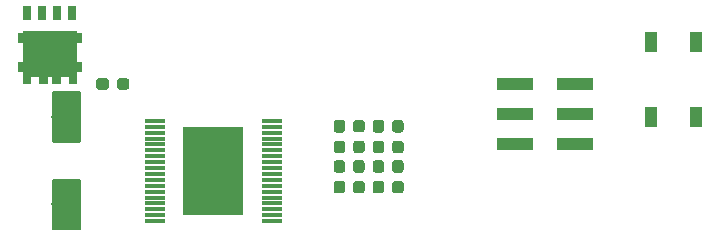
<source format=gtp>
G04 #@! TF.GenerationSoftware,KiCad,Pcbnew,5.0.2+dfsg1-1*
G04 #@! TF.CreationDate,2021-06-07T16:20:21-04:00*
G04 #@! TF.ProjectId,KyberBoard,4b796265-7242-46f6-9172-642e6b696361,rev?*
G04 #@! TF.SameCoordinates,Original*
G04 #@! TF.FileFunction,Paste,Top*
G04 #@! TF.FilePolarity,Positive*
%FSLAX46Y46*%
G04 Gerber Fmt 4.6, Leading zero omitted, Abs format (unit mm)*
G04 Created by KiCad (PCBNEW 5.0.2+dfsg1-1) date Mon 07 Jun 2021 04:20:21 PM EDT*
%MOMM*%
%LPD*%
G01*
G04 APERTURE LIST*
%ADD10C,1.000000*%
%ADD11C,0.150000*%
%ADD12R,0.650000X1.250000*%
%ADD13C,2.500000*%
%ADD14C,0.950000*%
%ADD15R,1.700000X0.350000*%
%ADD16R,5.200000X7.500000*%
%ADD17R,3.150000X1.000000*%
%ADD18R,1.000000X1.700000*%
G04 APERTURE END LIST*
D10*
G04 #@! TO.C,Q1*
X120523000Y-75044000D03*
D11*
G36*
X122823000Y-73994000D02*
X122823000Y-75644000D01*
X123223000Y-75644000D01*
X123223000Y-76444000D01*
X122823000Y-76444000D01*
X122823000Y-77504000D01*
X122098000Y-77504000D01*
X122098000Y-76904000D01*
X121448000Y-76904000D01*
X121448000Y-77504000D01*
X120723000Y-77504000D01*
X120723000Y-76904000D01*
X120323000Y-76904000D01*
X120323000Y-77504000D01*
X119598000Y-77504000D01*
X119598000Y-76904000D01*
X118948000Y-76904000D01*
X118948000Y-77504000D01*
X118223000Y-77504000D01*
X118223000Y-76444000D01*
X117823000Y-76444000D01*
X117823000Y-75644000D01*
X118223000Y-75644000D01*
X118223000Y-73994000D01*
X117823000Y-73994000D01*
X117823000Y-73194000D01*
X118223000Y-73194000D01*
X118223000Y-73004000D01*
X122823000Y-73004000D01*
X122823000Y-73194000D01*
X123223000Y-73194000D01*
X123223000Y-73994000D01*
X122823000Y-73994000D01*
X122823000Y-73994000D01*
G37*
D12*
X118618000Y-71479000D03*
X119888000Y-71479000D03*
X121158000Y-71479000D03*
X122428000Y-71479000D03*
G04 #@! TD*
D11*
G04 #@! TO.C,C6*
G36*
X122944504Y-85473604D02*
X122968773Y-85477204D01*
X122992571Y-85483165D01*
X123015671Y-85491430D01*
X123037849Y-85501920D01*
X123058893Y-85514533D01*
X123078598Y-85529147D01*
X123096777Y-85545623D01*
X123113253Y-85563802D01*
X123127867Y-85583507D01*
X123140480Y-85604551D01*
X123150970Y-85626729D01*
X123159235Y-85649829D01*
X123165196Y-85673627D01*
X123168796Y-85697896D01*
X123170000Y-85722400D01*
X123170000Y-89622400D01*
X123168796Y-89646904D01*
X123165196Y-89671173D01*
X123159235Y-89694971D01*
X123150970Y-89718071D01*
X123140480Y-89740249D01*
X123127867Y-89761293D01*
X123113253Y-89780998D01*
X123096777Y-89799177D01*
X123078598Y-89815653D01*
X123058893Y-89830267D01*
X123037849Y-89842880D01*
X123015671Y-89853370D01*
X122992571Y-89861635D01*
X122968773Y-89867596D01*
X122944504Y-89871196D01*
X122920000Y-89872400D01*
X120920000Y-89872400D01*
X120895496Y-89871196D01*
X120871227Y-89867596D01*
X120847429Y-89861635D01*
X120824329Y-89853370D01*
X120802151Y-89842880D01*
X120781107Y-89830267D01*
X120761402Y-89815653D01*
X120743223Y-89799177D01*
X120726747Y-89780998D01*
X120712133Y-89761293D01*
X120699520Y-89740249D01*
X120689030Y-89718071D01*
X120680765Y-89694971D01*
X120674804Y-89671173D01*
X120671204Y-89646904D01*
X120670000Y-89622400D01*
X120670000Y-85722400D01*
X120671204Y-85697896D01*
X120674804Y-85673627D01*
X120680765Y-85649829D01*
X120689030Y-85626729D01*
X120699520Y-85604551D01*
X120712133Y-85583507D01*
X120726747Y-85563802D01*
X120743223Y-85545623D01*
X120761402Y-85529147D01*
X120781107Y-85514533D01*
X120802151Y-85501920D01*
X120824329Y-85491430D01*
X120847429Y-85483165D01*
X120871227Y-85477204D01*
X120895496Y-85473604D01*
X120920000Y-85472400D01*
X122920000Y-85472400D01*
X122944504Y-85473604D01*
X122944504Y-85473604D01*
G37*
D13*
X121920000Y-87672400D03*
D11*
G36*
X122944504Y-78073604D02*
X122968773Y-78077204D01*
X122992571Y-78083165D01*
X123015671Y-78091430D01*
X123037849Y-78101920D01*
X123058893Y-78114533D01*
X123078598Y-78129147D01*
X123096777Y-78145623D01*
X123113253Y-78163802D01*
X123127867Y-78183507D01*
X123140480Y-78204551D01*
X123150970Y-78226729D01*
X123159235Y-78249829D01*
X123165196Y-78273627D01*
X123168796Y-78297896D01*
X123170000Y-78322400D01*
X123170000Y-82222400D01*
X123168796Y-82246904D01*
X123165196Y-82271173D01*
X123159235Y-82294971D01*
X123150970Y-82318071D01*
X123140480Y-82340249D01*
X123127867Y-82361293D01*
X123113253Y-82380998D01*
X123096777Y-82399177D01*
X123078598Y-82415653D01*
X123058893Y-82430267D01*
X123037849Y-82442880D01*
X123015671Y-82453370D01*
X122992571Y-82461635D01*
X122968773Y-82467596D01*
X122944504Y-82471196D01*
X122920000Y-82472400D01*
X120920000Y-82472400D01*
X120895496Y-82471196D01*
X120871227Y-82467596D01*
X120847429Y-82461635D01*
X120824329Y-82453370D01*
X120802151Y-82442880D01*
X120781107Y-82430267D01*
X120761402Y-82415653D01*
X120743223Y-82399177D01*
X120726747Y-82380998D01*
X120712133Y-82361293D01*
X120699520Y-82340249D01*
X120689030Y-82318071D01*
X120680765Y-82294971D01*
X120674804Y-82271173D01*
X120671204Y-82246904D01*
X120670000Y-82222400D01*
X120670000Y-78322400D01*
X120671204Y-78297896D01*
X120674804Y-78273627D01*
X120680765Y-78249829D01*
X120689030Y-78226729D01*
X120699520Y-78204551D01*
X120712133Y-78183507D01*
X120726747Y-78163802D01*
X120743223Y-78145623D01*
X120761402Y-78129147D01*
X120781107Y-78114533D01*
X120802151Y-78101920D01*
X120824329Y-78091430D01*
X120847429Y-78083165D01*
X120871227Y-78077204D01*
X120895496Y-78073604D01*
X120920000Y-78072400D01*
X122920000Y-78072400D01*
X122944504Y-78073604D01*
X122944504Y-78073604D01*
G37*
D13*
X121920000Y-80272400D03*
G04 #@! TD*
D11*
G04 #@! TO.C,C7*
G36*
X127042779Y-76996144D02*
X127065834Y-76999563D01*
X127088443Y-77005227D01*
X127110387Y-77013079D01*
X127131457Y-77023044D01*
X127151448Y-77035026D01*
X127170168Y-77048910D01*
X127187438Y-77064562D01*
X127203090Y-77081832D01*
X127216974Y-77100552D01*
X127228956Y-77120543D01*
X127238921Y-77141613D01*
X127246773Y-77163557D01*
X127252437Y-77186166D01*
X127255856Y-77209221D01*
X127257000Y-77232500D01*
X127257000Y-77707500D01*
X127255856Y-77730779D01*
X127252437Y-77753834D01*
X127246773Y-77776443D01*
X127238921Y-77798387D01*
X127228956Y-77819457D01*
X127216974Y-77839448D01*
X127203090Y-77858168D01*
X127187438Y-77875438D01*
X127170168Y-77891090D01*
X127151448Y-77904974D01*
X127131457Y-77916956D01*
X127110387Y-77926921D01*
X127088443Y-77934773D01*
X127065834Y-77940437D01*
X127042779Y-77943856D01*
X127019500Y-77945000D01*
X126444500Y-77945000D01*
X126421221Y-77943856D01*
X126398166Y-77940437D01*
X126375557Y-77934773D01*
X126353613Y-77926921D01*
X126332543Y-77916956D01*
X126312552Y-77904974D01*
X126293832Y-77891090D01*
X126276562Y-77875438D01*
X126260910Y-77858168D01*
X126247026Y-77839448D01*
X126235044Y-77819457D01*
X126225079Y-77798387D01*
X126217227Y-77776443D01*
X126211563Y-77753834D01*
X126208144Y-77730779D01*
X126207000Y-77707500D01*
X126207000Y-77232500D01*
X126208144Y-77209221D01*
X126211563Y-77186166D01*
X126217227Y-77163557D01*
X126225079Y-77141613D01*
X126235044Y-77120543D01*
X126247026Y-77100552D01*
X126260910Y-77081832D01*
X126276562Y-77064562D01*
X126293832Y-77048910D01*
X126312552Y-77035026D01*
X126332543Y-77023044D01*
X126353613Y-77013079D01*
X126375557Y-77005227D01*
X126398166Y-76999563D01*
X126421221Y-76996144D01*
X126444500Y-76995000D01*
X127019500Y-76995000D01*
X127042779Y-76996144D01*
X127042779Y-76996144D01*
G37*
D14*
X126732000Y-77470000D03*
D11*
G36*
X125292779Y-76996144D02*
X125315834Y-76999563D01*
X125338443Y-77005227D01*
X125360387Y-77013079D01*
X125381457Y-77023044D01*
X125401448Y-77035026D01*
X125420168Y-77048910D01*
X125437438Y-77064562D01*
X125453090Y-77081832D01*
X125466974Y-77100552D01*
X125478956Y-77120543D01*
X125488921Y-77141613D01*
X125496773Y-77163557D01*
X125502437Y-77186166D01*
X125505856Y-77209221D01*
X125507000Y-77232500D01*
X125507000Y-77707500D01*
X125505856Y-77730779D01*
X125502437Y-77753834D01*
X125496773Y-77776443D01*
X125488921Y-77798387D01*
X125478956Y-77819457D01*
X125466974Y-77839448D01*
X125453090Y-77858168D01*
X125437438Y-77875438D01*
X125420168Y-77891090D01*
X125401448Y-77904974D01*
X125381457Y-77916956D01*
X125360387Y-77926921D01*
X125338443Y-77934773D01*
X125315834Y-77940437D01*
X125292779Y-77943856D01*
X125269500Y-77945000D01*
X124694500Y-77945000D01*
X124671221Y-77943856D01*
X124648166Y-77940437D01*
X124625557Y-77934773D01*
X124603613Y-77926921D01*
X124582543Y-77916956D01*
X124562552Y-77904974D01*
X124543832Y-77891090D01*
X124526562Y-77875438D01*
X124510910Y-77858168D01*
X124497026Y-77839448D01*
X124485044Y-77819457D01*
X124475079Y-77798387D01*
X124467227Y-77776443D01*
X124461563Y-77753834D01*
X124458144Y-77730779D01*
X124457000Y-77707500D01*
X124457000Y-77232500D01*
X124458144Y-77209221D01*
X124461563Y-77186166D01*
X124467227Y-77163557D01*
X124475079Y-77141613D01*
X124485044Y-77120543D01*
X124497026Y-77100552D01*
X124510910Y-77081832D01*
X124526562Y-77064562D01*
X124543832Y-77048910D01*
X124562552Y-77035026D01*
X124582543Y-77023044D01*
X124603613Y-77013079D01*
X124625557Y-77005227D01*
X124648166Y-76999563D01*
X124671221Y-76996144D01*
X124694500Y-76995000D01*
X125269500Y-76995000D01*
X125292779Y-76996144D01*
X125292779Y-76996144D01*
G37*
D14*
X124982000Y-77470000D03*
G04 #@! TD*
D11*
G04 #@! TO.C,R11*
G36*
X145294779Y-82280144D02*
X145317834Y-82283563D01*
X145340443Y-82289227D01*
X145362387Y-82297079D01*
X145383457Y-82307044D01*
X145403448Y-82319026D01*
X145422168Y-82332910D01*
X145439438Y-82348562D01*
X145455090Y-82365832D01*
X145468974Y-82384552D01*
X145480956Y-82404543D01*
X145490921Y-82425613D01*
X145498773Y-82447557D01*
X145504437Y-82470166D01*
X145507856Y-82493221D01*
X145509000Y-82516500D01*
X145509000Y-83091500D01*
X145507856Y-83114779D01*
X145504437Y-83137834D01*
X145498773Y-83160443D01*
X145490921Y-83182387D01*
X145480956Y-83203457D01*
X145468974Y-83223448D01*
X145455090Y-83242168D01*
X145439438Y-83259438D01*
X145422168Y-83275090D01*
X145403448Y-83288974D01*
X145383457Y-83300956D01*
X145362387Y-83310921D01*
X145340443Y-83318773D01*
X145317834Y-83324437D01*
X145294779Y-83327856D01*
X145271500Y-83329000D01*
X144796500Y-83329000D01*
X144773221Y-83327856D01*
X144750166Y-83324437D01*
X144727557Y-83318773D01*
X144705613Y-83310921D01*
X144684543Y-83300956D01*
X144664552Y-83288974D01*
X144645832Y-83275090D01*
X144628562Y-83259438D01*
X144612910Y-83242168D01*
X144599026Y-83223448D01*
X144587044Y-83203457D01*
X144577079Y-83182387D01*
X144569227Y-83160443D01*
X144563563Y-83137834D01*
X144560144Y-83114779D01*
X144559000Y-83091500D01*
X144559000Y-82516500D01*
X144560144Y-82493221D01*
X144563563Y-82470166D01*
X144569227Y-82447557D01*
X144577079Y-82425613D01*
X144587044Y-82404543D01*
X144599026Y-82384552D01*
X144612910Y-82365832D01*
X144628562Y-82348562D01*
X144645832Y-82332910D01*
X144664552Y-82319026D01*
X144684543Y-82307044D01*
X144705613Y-82297079D01*
X144727557Y-82289227D01*
X144750166Y-82283563D01*
X144773221Y-82280144D01*
X144796500Y-82279000D01*
X145271500Y-82279000D01*
X145294779Y-82280144D01*
X145294779Y-82280144D01*
G37*
D14*
X145034000Y-82804000D03*
D11*
G36*
X145294779Y-80530144D02*
X145317834Y-80533563D01*
X145340443Y-80539227D01*
X145362387Y-80547079D01*
X145383457Y-80557044D01*
X145403448Y-80569026D01*
X145422168Y-80582910D01*
X145439438Y-80598562D01*
X145455090Y-80615832D01*
X145468974Y-80634552D01*
X145480956Y-80654543D01*
X145490921Y-80675613D01*
X145498773Y-80697557D01*
X145504437Y-80720166D01*
X145507856Y-80743221D01*
X145509000Y-80766500D01*
X145509000Y-81341500D01*
X145507856Y-81364779D01*
X145504437Y-81387834D01*
X145498773Y-81410443D01*
X145490921Y-81432387D01*
X145480956Y-81453457D01*
X145468974Y-81473448D01*
X145455090Y-81492168D01*
X145439438Y-81509438D01*
X145422168Y-81525090D01*
X145403448Y-81538974D01*
X145383457Y-81550956D01*
X145362387Y-81560921D01*
X145340443Y-81568773D01*
X145317834Y-81574437D01*
X145294779Y-81577856D01*
X145271500Y-81579000D01*
X144796500Y-81579000D01*
X144773221Y-81577856D01*
X144750166Y-81574437D01*
X144727557Y-81568773D01*
X144705613Y-81560921D01*
X144684543Y-81550956D01*
X144664552Y-81538974D01*
X144645832Y-81525090D01*
X144628562Y-81509438D01*
X144612910Y-81492168D01*
X144599026Y-81473448D01*
X144587044Y-81453457D01*
X144577079Y-81432387D01*
X144569227Y-81410443D01*
X144563563Y-81387834D01*
X144560144Y-81364779D01*
X144559000Y-81341500D01*
X144559000Y-80766500D01*
X144560144Y-80743221D01*
X144563563Y-80720166D01*
X144569227Y-80697557D01*
X144577079Y-80675613D01*
X144587044Y-80654543D01*
X144599026Y-80634552D01*
X144612910Y-80615832D01*
X144628562Y-80598562D01*
X144645832Y-80582910D01*
X144664552Y-80569026D01*
X144684543Y-80557044D01*
X144705613Y-80547079D01*
X144727557Y-80539227D01*
X144750166Y-80533563D01*
X144773221Y-80530144D01*
X144796500Y-80529000D01*
X145271500Y-80529000D01*
X145294779Y-80530144D01*
X145294779Y-80530144D01*
G37*
D14*
X145034000Y-81054000D03*
G04 #@! TD*
D15*
G04 #@! TO.C,U2*
X129433500Y-80586000D03*
X129433500Y-81086000D03*
X129433500Y-81586000D03*
X129433500Y-82086000D03*
X129433500Y-82586000D03*
X129433500Y-83086000D03*
X129433500Y-83586000D03*
X129433500Y-84086000D03*
X129433500Y-84586000D03*
X129433500Y-85086000D03*
X129433500Y-85586000D03*
X129433500Y-86086000D03*
X129433500Y-86586000D03*
X129433500Y-87086000D03*
X129433500Y-87586000D03*
X129433500Y-88086000D03*
X129433500Y-88586000D03*
X129433500Y-89086000D03*
X139298500Y-89086000D03*
X139298500Y-88586000D03*
X139298500Y-88086000D03*
X139298500Y-87586000D03*
X139298500Y-87086000D03*
X139298500Y-86586000D03*
X139298500Y-86086000D03*
X139298500Y-85586000D03*
X139298500Y-85086000D03*
X139298500Y-84586000D03*
X139298500Y-84086000D03*
X139298500Y-83586000D03*
X139298500Y-83086000D03*
X139298500Y-82586000D03*
X139298500Y-82086000D03*
X139298500Y-81586000D03*
X139298500Y-81086000D03*
X139298500Y-80586000D03*
D16*
X134366000Y-84836000D03*
G04 #@! TD*
D11*
G04 #@! TO.C,R6*
G36*
X150247779Y-80530144D02*
X150270834Y-80533563D01*
X150293443Y-80539227D01*
X150315387Y-80547079D01*
X150336457Y-80557044D01*
X150356448Y-80569026D01*
X150375168Y-80582910D01*
X150392438Y-80598562D01*
X150408090Y-80615832D01*
X150421974Y-80634552D01*
X150433956Y-80654543D01*
X150443921Y-80675613D01*
X150451773Y-80697557D01*
X150457437Y-80720166D01*
X150460856Y-80743221D01*
X150462000Y-80766500D01*
X150462000Y-81341500D01*
X150460856Y-81364779D01*
X150457437Y-81387834D01*
X150451773Y-81410443D01*
X150443921Y-81432387D01*
X150433956Y-81453457D01*
X150421974Y-81473448D01*
X150408090Y-81492168D01*
X150392438Y-81509438D01*
X150375168Y-81525090D01*
X150356448Y-81538974D01*
X150336457Y-81550956D01*
X150315387Y-81560921D01*
X150293443Y-81568773D01*
X150270834Y-81574437D01*
X150247779Y-81577856D01*
X150224500Y-81579000D01*
X149749500Y-81579000D01*
X149726221Y-81577856D01*
X149703166Y-81574437D01*
X149680557Y-81568773D01*
X149658613Y-81560921D01*
X149637543Y-81550956D01*
X149617552Y-81538974D01*
X149598832Y-81525090D01*
X149581562Y-81509438D01*
X149565910Y-81492168D01*
X149552026Y-81473448D01*
X149540044Y-81453457D01*
X149530079Y-81432387D01*
X149522227Y-81410443D01*
X149516563Y-81387834D01*
X149513144Y-81364779D01*
X149512000Y-81341500D01*
X149512000Y-80766500D01*
X149513144Y-80743221D01*
X149516563Y-80720166D01*
X149522227Y-80697557D01*
X149530079Y-80675613D01*
X149540044Y-80654543D01*
X149552026Y-80634552D01*
X149565910Y-80615832D01*
X149581562Y-80598562D01*
X149598832Y-80582910D01*
X149617552Y-80569026D01*
X149637543Y-80557044D01*
X149658613Y-80547079D01*
X149680557Y-80539227D01*
X149703166Y-80533563D01*
X149726221Y-80530144D01*
X149749500Y-80529000D01*
X150224500Y-80529000D01*
X150247779Y-80530144D01*
X150247779Y-80530144D01*
G37*
D14*
X149987000Y-81054000D03*
D11*
G36*
X150247779Y-82280144D02*
X150270834Y-82283563D01*
X150293443Y-82289227D01*
X150315387Y-82297079D01*
X150336457Y-82307044D01*
X150356448Y-82319026D01*
X150375168Y-82332910D01*
X150392438Y-82348562D01*
X150408090Y-82365832D01*
X150421974Y-82384552D01*
X150433956Y-82404543D01*
X150443921Y-82425613D01*
X150451773Y-82447557D01*
X150457437Y-82470166D01*
X150460856Y-82493221D01*
X150462000Y-82516500D01*
X150462000Y-83091500D01*
X150460856Y-83114779D01*
X150457437Y-83137834D01*
X150451773Y-83160443D01*
X150443921Y-83182387D01*
X150433956Y-83203457D01*
X150421974Y-83223448D01*
X150408090Y-83242168D01*
X150392438Y-83259438D01*
X150375168Y-83275090D01*
X150356448Y-83288974D01*
X150336457Y-83300956D01*
X150315387Y-83310921D01*
X150293443Y-83318773D01*
X150270834Y-83324437D01*
X150247779Y-83327856D01*
X150224500Y-83329000D01*
X149749500Y-83329000D01*
X149726221Y-83327856D01*
X149703166Y-83324437D01*
X149680557Y-83318773D01*
X149658613Y-83310921D01*
X149637543Y-83300956D01*
X149617552Y-83288974D01*
X149598832Y-83275090D01*
X149581562Y-83259438D01*
X149565910Y-83242168D01*
X149552026Y-83223448D01*
X149540044Y-83203457D01*
X149530079Y-83182387D01*
X149522227Y-83160443D01*
X149516563Y-83137834D01*
X149513144Y-83114779D01*
X149512000Y-83091500D01*
X149512000Y-82516500D01*
X149513144Y-82493221D01*
X149516563Y-82470166D01*
X149522227Y-82447557D01*
X149530079Y-82425613D01*
X149540044Y-82404543D01*
X149552026Y-82384552D01*
X149565910Y-82365832D01*
X149581562Y-82348562D01*
X149598832Y-82332910D01*
X149617552Y-82319026D01*
X149637543Y-82307044D01*
X149658613Y-82297079D01*
X149680557Y-82289227D01*
X149703166Y-82283563D01*
X149726221Y-82280144D01*
X149749500Y-82279000D01*
X150224500Y-82279000D01*
X150247779Y-82280144D01*
X150247779Y-82280144D01*
G37*
D14*
X149987000Y-82804000D03*
G04 #@! TD*
D11*
G04 #@! TO.C,R18*
G36*
X146945779Y-82266144D02*
X146968834Y-82269563D01*
X146991443Y-82275227D01*
X147013387Y-82283079D01*
X147034457Y-82293044D01*
X147054448Y-82305026D01*
X147073168Y-82318910D01*
X147090438Y-82334562D01*
X147106090Y-82351832D01*
X147119974Y-82370552D01*
X147131956Y-82390543D01*
X147141921Y-82411613D01*
X147149773Y-82433557D01*
X147155437Y-82456166D01*
X147158856Y-82479221D01*
X147160000Y-82502500D01*
X147160000Y-83077500D01*
X147158856Y-83100779D01*
X147155437Y-83123834D01*
X147149773Y-83146443D01*
X147141921Y-83168387D01*
X147131956Y-83189457D01*
X147119974Y-83209448D01*
X147106090Y-83228168D01*
X147090438Y-83245438D01*
X147073168Y-83261090D01*
X147054448Y-83274974D01*
X147034457Y-83286956D01*
X147013387Y-83296921D01*
X146991443Y-83304773D01*
X146968834Y-83310437D01*
X146945779Y-83313856D01*
X146922500Y-83315000D01*
X146447500Y-83315000D01*
X146424221Y-83313856D01*
X146401166Y-83310437D01*
X146378557Y-83304773D01*
X146356613Y-83296921D01*
X146335543Y-83286956D01*
X146315552Y-83274974D01*
X146296832Y-83261090D01*
X146279562Y-83245438D01*
X146263910Y-83228168D01*
X146250026Y-83209448D01*
X146238044Y-83189457D01*
X146228079Y-83168387D01*
X146220227Y-83146443D01*
X146214563Y-83123834D01*
X146211144Y-83100779D01*
X146210000Y-83077500D01*
X146210000Y-82502500D01*
X146211144Y-82479221D01*
X146214563Y-82456166D01*
X146220227Y-82433557D01*
X146228079Y-82411613D01*
X146238044Y-82390543D01*
X146250026Y-82370552D01*
X146263910Y-82351832D01*
X146279562Y-82334562D01*
X146296832Y-82318910D01*
X146315552Y-82305026D01*
X146335543Y-82293044D01*
X146356613Y-82283079D01*
X146378557Y-82275227D01*
X146401166Y-82269563D01*
X146424221Y-82266144D01*
X146447500Y-82265000D01*
X146922500Y-82265000D01*
X146945779Y-82266144D01*
X146945779Y-82266144D01*
G37*
D14*
X146685000Y-82790000D03*
D11*
G36*
X146945779Y-80516144D02*
X146968834Y-80519563D01*
X146991443Y-80525227D01*
X147013387Y-80533079D01*
X147034457Y-80543044D01*
X147054448Y-80555026D01*
X147073168Y-80568910D01*
X147090438Y-80584562D01*
X147106090Y-80601832D01*
X147119974Y-80620552D01*
X147131956Y-80640543D01*
X147141921Y-80661613D01*
X147149773Y-80683557D01*
X147155437Y-80706166D01*
X147158856Y-80729221D01*
X147160000Y-80752500D01*
X147160000Y-81327500D01*
X147158856Y-81350779D01*
X147155437Y-81373834D01*
X147149773Y-81396443D01*
X147141921Y-81418387D01*
X147131956Y-81439457D01*
X147119974Y-81459448D01*
X147106090Y-81478168D01*
X147090438Y-81495438D01*
X147073168Y-81511090D01*
X147054448Y-81524974D01*
X147034457Y-81536956D01*
X147013387Y-81546921D01*
X146991443Y-81554773D01*
X146968834Y-81560437D01*
X146945779Y-81563856D01*
X146922500Y-81565000D01*
X146447500Y-81565000D01*
X146424221Y-81563856D01*
X146401166Y-81560437D01*
X146378557Y-81554773D01*
X146356613Y-81546921D01*
X146335543Y-81536956D01*
X146315552Y-81524974D01*
X146296832Y-81511090D01*
X146279562Y-81495438D01*
X146263910Y-81478168D01*
X146250026Y-81459448D01*
X146238044Y-81439457D01*
X146228079Y-81418387D01*
X146220227Y-81396443D01*
X146214563Y-81373834D01*
X146211144Y-81350779D01*
X146210000Y-81327500D01*
X146210000Y-80752500D01*
X146211144Y-80729221D01*
X146214563Y-80706166D01*
X146220227Y-80683557D01*
X146228079Y-80661613D01*
X146238044Y-80640543D01*
X146250026Y-80620552D01*
X146263910Y-80601832D01*
X146279562Y-80584562D01*
X146296832Y-80568910D01*
X146315552Y-80555026D01*
X146335543Y-80543044D01*
X146356613Y-80533079D01*
X146378557Y-80525227D01*
X146401166Y-80519563D01*
X146424221Y-80516144D01*
X146447500Y-80515000D01*
X146922500Y-80515000D01*
X146945779Y-80516144D01*
X146945779Y-80516144D01*
G37*
D14*
X146685000Y-81040000D03*
G04 #@! TD*
D11*
G04 #@! TO.C,R19*
G36*
X148596779Y-80530144D02*
X148619834Y-80533563D01*
X148642443Y-80539227D01*
X148664387Y-80547079D01*
X148685457Y-80557044D01*
X148705448Y-80569026D01*
X148724168Y-80582910D01*
X148741438Y-80598562D01*
X148757090Y-80615832D01*
X148770974Y-80634552D01*
X148782956Y-80654543D01*
X148792921Y-80675613D01*
X148800773Y-80697557D01*
X148806437Y-80720166D01*
X148809856Y-80743221D01*
X148811000Y-80766500D01*
X148811000Y-81341500D01*
X148809856Y-81364779D01*
X148806437Y-81387834D01*
X148800773Y-81410443D01*
X148792921Y-81432387D01*
X148782956Y-81453457D01*
X148770974Y-81473448D01*
X148757090Y-81492168D01*
X148741438Y-81509438D01*
X148724168Y-81525090D01*
X148705448Y-81538974D01*
X148685457Y-81550956D01*
X148664387Y-81560921D01*
X148642443Y-81568773D01*
X148619834Y-81574437D01*
X148596779Y-81577856D01*
X148573500Y-81579000D01*
X148098500Y-81579000D01*
X148075221Y-81577856D01*
X148052166Y-81574437D01*
X148029557Y-81568773D01*
X148007613Y-81560921D01*
X147986543Y-81550956D01*
X147966552Y-81538974D01*
X147947832Y-81525090D01*
X147930562Y-81509438D01*
X147914910Y-81492168D01*
X147901026Y-81473448D01*
X147889044Y-81453457D01*
X147879079Y-81432387D01*
X147871227Y-81410443D01*
X147865563Y-81387834D01*
X147862144Y-81364779D01*
X147861000Y-81341500D01*
X147861000Y-80766500D01*
X147862144Y-80743221D01*
X147865563Y-80720166D01*
X147871227Y-80697557D01*
X147879079Y-80675613D01*
X147889044Y-80654543D01*
X147901026Y-80634552D01*
X147914910Y-80615832D01*
X147930562Y-80598562D01*
X147947832Y-80582910D01*
X147966552Y-80569026D01*
X147986543Y-80557044D01*
X148007613Y-80547079D01*
X148029557Y-80539227D01*
X148052166Y-80533563D01*
X148075221Y-80530144D01*
X148098500Y-80529000D01*
X148573500Y-80529000D01*
X148596779Y-80530144D01*
X148596779Y-80530144D01*
G37*
D14*
X148336000Y-81054000D03*
D11*
G36*
X148596779Y-82280144D02*
X148619834Y-82283563D01*
X148642443Y-82289227D01*
X148664387Y-82297079D01*
X148685457Y-82307044D01*
X148705448Y-82319026D01*
X148724168Y-82332910D01*
X148741438Y-82348562D01*
X148757090Y-82365832D01*
X148770974Y-82384552D01*
X148782956Y-82404543D01*
X148792921Y-82425613D01*
X148800773Y-82447557D01*
X148806437Y-82470166D01*
X148809856Y-82493221D01*
X148811000Y-82516500D01*
X148811000Y-83091500D01*
X148809856Y-83114779D01*
X148806437Y-83137834D01*
X148800773Y-83160443D01*
X148792921Y-83182387D01*
X148782956Y-83203457D01*
X148770974Y-83223448D01*
X148757090Y-83242168D01*
X148741438Y-83259438D01*
X148724168Y-83275090D01*
X148705448Y-83288974D01*
X148685457Y-83300956D01*
X148664387Y-83310921D01*
X148642443Y-83318773D01*
X148619834Y-83324437D01*
X148596779Y-83327856D01*
X148573500Y-83329000D01*
X148098500Y-83329000D01*
X148075221Y-83327856D01*
X148052166Y-83324437D01*
X148029557Y-83318773D01*
X148007613Y-83310921D01*
X147986543Y-83300956D01*
X147966552Y-83288974D01*
X147947832Y-83275090D01*
X147930562Y-83259438D01*
X147914910Y-83242168D01*
X147901026Y-83223448D01*
X147889044Y-83203457D01*
X147879079Y-83182387D01*
X147871227Y-83160443D01*
X147865563Y-83137834D01*
X147862144Y-83114779D01*
X147861000Y-83091500D01*
X147861000Y-82516500D01*
X147862144Y-82493221D01*
X147865563Y-82470166D01*
X147871227Y-82447557D01*
X147879079Y-82425613D01*
X147889044Y-82404543D01*
X147901026Y-82384552D01*
X147914910Y-82365832D01*
X147930562Y-82348562D01*
X147947832Y-82332910D01*
X147966552Y-82319026D01*
X147986543Y-82307044D01*
X148007613Y-82297079D01*
X148029557Y-82289227D01*
X148052166Y-82283563D01*
X148075221Y-82280144D01*
X148098500Y-82279000D01*
X148573500Y-82279000D01*
X148596779Y-82280144D01*
X148596779Y-82280144D01*
G37*
D14*
X148336000Y-82804000D03*
G04 #@! TD*
D11*
G04 #@! TO.C,HBT*
G36*
X150247779Y-83931144D02*
X150270834Y-83934563D01*
X150293443Y-83940227D01*
X150315387Y-83948079D01*
X150336457Y-83958044D01*
X150356448Y-83970026D01*
X150375168Y-83983910D01*
X150392438Y-83999562D01*
X150408090Y-84016832D01*
X150421974Y-84035552D01*
X150433956Y-84055543D01*
X150443921Y-84076613D01*
X150451773Y-84098557D01*
X150457437Y-84121166D01*
X150460856Y-84144221D01*
X150462000Y-84167500D01*
X150462000Y-84742500D01*
X150460856Y-84765779D01*
X150457437Y-84788834D01*
X150451773Y-84811443D01*
X150443921Y-84833387D01*
X150433956Y-84854457D01*
X150421974Y-84874448D01*
X150408090Y-84893168D01*
X150392438Y-84910438D01*
X150375168Y-84926090D01*
X150356448Y-84939974D01*
X150336457Y-84951956D01*
X150315387Y-84961921D01*
X150293443Y-84969773D01*
X150270834Y-84975437D01*
X150247779Y-84978856D01*
X150224500Y-84980000D01*
X149749500Y-84980000D01*
X149726221Y-84978856D01*
X149703166Y-84975437D01*
X149680557Y-84969773D01*
X149658613Y-84961921D01*
X149637543Y-84951956D01*
X149617552Y-84939974D01*
X149598832Y-84926090D01*
X149581562Y-84910438D01*
X149565910Y-84893168D01*
X149552026Y-84874448D01*
X149540044Y-84854457D01*
X149530079Y-84833387D01*
X149522227Y-84811443D01*
X149516563Y-84788834D01*
X149513144Y-84765779D01*
X149512000Y-84742500D01*
X149512000Y-84167500D01*
X149513144Y-84144221D01*
X149516563Y-84121166D01*
X149522227Y-84098557D01*
X149530079Y-84076613D01*
X149540044Y-84055543D01*
X149552026Y-84035552D01*
X149565910Y-84016832D01*
X149581562Y-83999562D01*
X149598832Y-83983910D01*
X149617552Y-83970026D01*
X149637543Y-83958044D01*
X149658613Y-83948079D01*
X149680557Y-83940227D01*
X149703166Y-83934563D01*
X149726221Y-83931144D01*
X149749500Y-83930000D01*
X150224500Y-83930000D01*
X150247779Y-83931144D01*
X150247779Y-83931144D01*
G37*
D14*
X149987000Y-84455000D03*
D11*
G36*
X150247779Y-85681144D02*
X150270834Y-85684563D01*
X150293443Y-85690227D01*
X150315387Y-85698079D01*
X150336457Y-85708044D01*
X150356448Y-85720026D01*
X150375168Y-85733910D01*
X150392438Y-85749562D01*
X150408090Y-85766832D01*
X150421974Y-85785552D01*
X150433956Y-85805543D01*
X150443921Y-85826613D01*
X150451773Y-85848557D01*
X150457437Y-85871166D01*
X150460856Y-85894221D01*
X150462000Y-85917500D01*
X150462000Y-86492500D01*
X150460856Y-86515779D01*
X150457437Y-86538834D01*
X150451773Y-86561443D01*
X150443921Y-86583387D01*
X150433956Y-86604457D01*
X150421974Y-86624448D01*
X150408090Y-86643168D01*
X150392438Y-86660438D01*
X150375168Y-86676090D01*
X150356448Y-86689974D01*
X150336457Y-86701956D01*
X150315387Y-86711921D01*
X150293443Y-86719773D01*
X150270834Y-86725437D01*
X150247779Y-86728856D01*
X150224500Y-86730000D01*
X149749500Y-86730000D01*
X149726221Y-86728856D01*
X149703166Y-86725437D01*
X149680557Y-86719773D01*
X149658613Y-86711921D01*
X149637543Y-86701956D01*
X149617552Y-86689974D01*
X149598832Y-86676090D01*
X149581562Y-86660438D01*
X149565910Y-86643168D01*
X149552026Y-86624448D01*
X149540044Y-86604457D01*
X149530079Y-86583387D01*
X149522227Y-86561443D01*
X149516563Y-86538834D01*
X149513144Y-86515779D01*
X149512000Y-86492500D01*
X149512000Y-85917500D01*
X149513144Y-85894221D01*
X149516563Y-85871166D01*
X149522227Y-85848557D01*
X149530079Y-85826613D01*
X149540044Y-85805543D01*
X149552026Y-85785552D01*
X149565910Y-85766832D01*
X149581562Y-85749562D01*
X149598832Y-85733910D01*
X149617552Y-85720026D01*
X149637543Y-85708044D01*
X149658613Y-85698079D01*
X149680557Y-85690227D01*
X149703166Y-85684563D01*
X149726221Y-85681144D01*
X149749500Y-85680000D01*
X150224500Y-85680000D01*
X150247779Y-85681144D01*
X150247779Y-85681144D01*
G37*
D14*
X149987000Y-86205000D03*
G04 #@! TD*
D11*
G04 #@! TO.C,UVL*
G36*
X145294779Y-85681144D02*
X145317834Y-85684563D01*
X145340443Y-85690227D01*
X145362387Y-85698079D01*
X145383457Y-85708044D01*
X145403448Y-85720026D01*
X145422168Y-85733910D01*
X145439438Y-85749562D01*
X145455090Y-85766832D01*
X145468974Y-85785552D01*
X145480956Y-85805543D01*
X145490921Y-85826613D01*
X145498773Y-85848557D01*
X145504437Y-85871166D01*
X145507856Y-85894221D01*
X145509000Y-85917500D01*
X145509000Y-86492500D01*
X145507856Y-86515779D01*
X145504437Y-86538834D01*
X145498773Y-86561443D01*
X145490921Y-86583387D01*
X145480956Y-86604457D01*
X145468974Y-86624448D01*
X145455090Y-86643168D01*
X145439438Y-86660438D01*
X145422168Y-86676090D01*
X145403448Y-86689974D01*
X145383457Y-86701956D01*
X145362387Y-86711921D01*
X145340443Y-86719773D01*
X145317834Y-86725437D01*
X145294779Y-86728856D01*
X145271500Y-86730000D01*
X144796500Y-86730000D01*
X144773221Y-86728856D01*
X144750166Y-86725437D01*
X144727557Y-86719773D01*
X144705613Y-86711921D01*
X144684543Y-86701956D01*
X144664552Y-86689974D01*
X144645832Y-86676090D01*
X144628562Y-86660438D01*
X144612910Y-86643168D01*
X144599026Y-86624448D01*
X144587044Y-86604457D01*
X144577079Y-86583387D01*
X144569227Y-86561443D01*
X144563563Y-86538834D01*
X144560144Y-86515779D01*
X144559000Y-86492500D01*
X144559000Y-85917500D01*
X144560144Y-85894221D01*
X144563563Y-85871166D01*
X144569227Y-85848557D01*
X144577079Y-85826613D01*
X144587044Y-85805543D01*
X144599026Y-85785552D01*
X144612910Y-85766832D01*
X144628562Y-85749562D01*
X144645832Y-85733910D01*
X144664552Y-85720026D01*
X144684543Y-85708044D01*
X144705613Y-85698079D01*
X144727557Y-85690227D01*
X144750166Y-85684563D01*
X144773221Y-85681144D01*
X144796500Y-85680000D01*
X145271500Y-85680000D01*
X145294779Y-85681144D01*
X145294779Y-85681144D01*
G37*
D14*
X145034000Y-86205000D03*
D11*
G36*
X145294779Y-83931144D02*
X145317834Y-83934563D01*
X145340443Y-83940227D01*
X145362387Y-83948079D01*
X145383457Y-83958044D01*
X145403448Y-83970026D01*
X145422168Y-83983910D01*
X145439438Y-83999562D01*
X145455090Y-84016832D01*
X145468974Y-84035552D01*
X145480956Y-84055543D01*
X145490921Y-84076613D01*
X145498773Y-84098557D01*
X145504437Y-84121166D01*
X145507856Y-84144221D01*
X145509000Y-84167500D01*
X145509000Y-84742500D01*
X145507856Y-84765779D01*
X145504437Y-84788834D01*
X145498773Y-84811443D01*
X145490921Y-84833387D01*
X145480956Y-84854457D01*
X145468974Y-84874448D01*
X145455090Y-84893168D01*
X145439438Y-84910438D01*
X145422168Y-84926090D01*
X145403448Y-84939974D01*
X145383457Y-84951956D01*
X145362387Y-84961921D01*
X145340443Y-84969773D01*
X145317834Y-84975437D01*
X145294779Y-84978856D01*
X145271500Y-84980000D01*
X144796500Y-84980000D01*
X144773221Y-84978856D01*
X144750166Y-84975437D01*
X144727557Y-84969773D01*
X144705613Y-84961921D01*
X144684543Y-84951956D01*
X144664552Y-84939974D01*
X144645832Y-84926090D01*
X144628562Y-84910438D01*
X144612910Y-84893168D01*
X144599026Y-84874448D01*
X144587044Y-84854457D01*
X144577079Y-84833387D01*
X144569227Y-84811443D01*
X144563563Y-84788834D01*
X144560144Y-84765779D01*
X144559000Y-84742500D01*
X144559000Y-84167500D01*
X144560144Y-84144221D01*
X144563563Y-84121166D01*
X144569227Y-84098557D01*
X144577079Y-84076613D01*
X144587044Y-84055543D01*
X144599026Y-84035552D01*
X144612910Y-84016832D01*
X144628562Y-83999562D01*
X144645832Y-83983910D01*
X144664552Y-83970026D01*
X144684543Y-83958044D01*
X144705613Y-83948079D01*
X144727557Y-83940227D01*
X144750166Y-83934563D01*
X144773221Y-83931144D01*
X144796500Y-83930000D01*
X145271500Y-83930000D01*
X145294779Y-83931144D01*
X145294779Y-83931144D01*
G37*
D14*
X145034000Y-84455000D03*
G04 #@! TD*
D11*
G04 #@! TO.C,12C*
G36*
X146945779Y-85681144D02*
X146968834Y-85684563D01*
X146991443Y-85690227D01*
X147013387Y-85698079D01*
X147034457Y-85708044D01*
X147054448Y-85720026D01*
X147073168Y-85733910D01*
X147090438Y-85749562D01*
X147106090Y-85766832D01*
X147119974Y-85785552D01*
X147131956Y-85805543D01*
X147141921Y-85826613D01*
X147149773Y-85848557D01*
X147155437Y-85871166D01*
X147158856Y-85894221D01*
X147160000Y-85917500D01*
X147160000Y-86492500D01*
X147158856Y-86515779D01*
X147155437Y-86538834D01*
X147149773Y-86561443D01*
X147141921Y-86583387D01*
X147131956Y-86604457D01*
X147119974Y-86624448D01*
X147106090Y-86643168D01*
X147090438Y-86660438D01*
X147073168Y-86676090D01*
X147054448Y-86689974D01*
X147034457Y-86701956D01*
X147013387Y-86711921D01*
X146991443Y-86719773D01*
X146968834Y-86725437D01*
X146945779Y-86728856D01*
X146922500Y-86730000D01*
X146447500Y-86730000D01*
X146424221Y-86728856D01*
X146401166Y-86725437D01*
X146378557Y-86719773D01*
X146356613Y-86711921D01*
X146335543Y-86701956D01*
X146315552Y-86689974D01*
X146296832Y-86676090D01*
X146279562Y-86660438D01*
X146263910Y-86643168D01*
X146250026Y-86624448D01*
X146238044Y-86604457D01*
X146228079Y-86583387D01*
X146220227Y-86561443D01*
X146214563Y-86538834D01*
X146211144Y-86515779D01*
X146210000Y-86492500D01*
X146210000Y-85917500D01*
X146211144Y-85894221D01*
X146214563Y-85871166D01*
X146220227Y-85848557D01*
X146228079Y-85826613D01*
X146238044Y-85805543D01*
X146250026Y-85785552D01*
X146263910Y-85766832D01*
X146279562Y-85749562D01*
X146296832Y-85733910D01*
X146315552Y-85720026D01*
X146335543Y-85708044D01*
X146356613Y-85698079D01*
X146378557Y-85690227D01*
X146401166Y-85684563D01*
X146424221Y-85681144D01*
X146447500Y-85680000D01*
X146922500Y-85680000D01*
X146945779Y-85681144D01*
X146945779Y-85681144D01*
G37*
D14*
X146685000Y-86205000D03*
D11*
G36*
X146945779Y-83931144D02*
X146968834Y-83934563D01*
X146991443Y-83940227D01*
X147013387Y-83948079D01*
X147034457Y-83958044D01*
X147054448Y-83970026D01*
X147073168Y-83983910D01*
X147090438Y-83999562D01*
X147106090Y-84016832D01*
X147119974Y-84035552D01*
X147131956Y-84055543D01*
X147141921Y-84076613D01*
X147149773Y-84098557D01*
X147155437Y-84121166D01*
X147158856Y-84144221D01*
X147160000Y-84167500D01*
X147160000Y-84742500D01*
X147158856Y-84765779D01*
X147155437Y-84788834D01*
X147149773Y-84811443D01*
X147141921Y-84833387D01*
X147131956Y-84854457D01*
X147119974Y-84874448D01*
X147106090Y-84893168D01*
X147090438Y-84910438D01*
X147073168Y-84926090D01*
X147054448Y-84939974D01*
X147034457Y-84951956D01*
X147013387Y-84961921D01*
X146991443Y-84969773D01*
X146968834Y-84975437D01*
X146945779Y-84978856D01*
X146922500Y-84980000D01*
X146447500Y-84980000D01*
X146424221Y-84978856D01*
X146401166Y-84975437D01*
X146378557Y-84969773D01*
X146356613Y-84961921D01*
X146335543Y-84951956D01*
X146315552Y-84939974D01*
X146296832Y-84926090D01*
X146279562Y-84910438D01*
X146263910Y-84893168D01*
X146250026Y-84874448D01*
X146238044Y-84854457D01*
X146228079Y-84833387D01*
X146220227Y-84811443D01*
X146214563Y-84788834D01*
X146211144Y-84765779D01*
X146210000Y-84742500D01*
X146210000Y-84167500D01*
X146211144Y-84144221D01*
X146214563Y-84121166D01*
X146220227Y-84098557D01*
X146228079Y-84076613D01*
X146238044Y-84055543D01*
X146250026Y-84035552D01*
X146263910Y-84016832D01*
X146279562Y-83999562D01*
X146296832Y-83983910D01*
X146315552Y-83970026D01*
X146335543Y-83958044D01*
X146356613Y-83948079D01*
X146378557Y-83940227D01*
X146401166Y-83934563D01*
X146424221Y-83931144D01*
X146447500Y-83930000D01*
X146922500Y-83930000D01*
X146945779Y-83931144D01*
X146945779Y-83931144D01*
G37*
D14*
X146685000Y-84455000D03*
G04 #@! TD*
D11*
G04 #@! TO.C,3V3*
G36*
X148596779Y-83931144D02*
X148619834Y-83934563D01*
X148642443Y-83940227D01*
X148664387Y-83948079D01*
X148685457Y-83958044D01*
X148705448Y-83970026D01*
X148724168Y-83983910D01*
X148741438Y-83999562D01*
X148757090Y-84016832D01*
X148770974Y-84035552D01*
X148782956Y-84055543D01*
X148792921Y-84076613D01*
X148800773Y-84098557D01*
X148806437Y-84121166D01*
X148809856Y-84144221D01*
X148811000Y-84167500D01*
X148811000Y-84742500D01*
X148809856Y-84765779D01*
X148806437Y-84788834D01*
X148800773Y-84811443D01*
X148792921Y-84833387D01*
X148782956Y-84854457D01*
X148770974Y-84874448D01*
X148757090Y-84893168D01*
X148741438Y-84910438D01*
X148724168Y-84926090D01*
X148705448Y-84939974D01*
X148685457Y-84951956D01*
X148664387Y-84961921D01*
X148642443Y-84969773D01*
X148619834Y-84975437D01*
X148596779Y-84978856D01*
X148573500Y-84980000D01*
X148098500Y-84980000D01*
X148075221Y-84978856D01*
X148052166Y-84975437D01*
X148029557Y-84969773D01*
X148007613Y-84961921D01*
X147986543Y-84951956D01*
X147966552Y-84939974D01*
X147947832Y-84926090D01*
X147930562Y-84910438D01*
X147914910Y-84893168D01*
X147901026Y-84874448D01*
X147889044Y-84854457D01*
X147879079Y-84833387D01*
X147871227Y-84811443D01*
X147865563Y-84788834D01*
X147862144Y-84765779D01*
X147861000Y-84742500D01*
X147861000Y-84167500D01*
X147862144Y-84144221D01*
X147865563Y-84121166D01*
X147871227Y-84098557D01*
X147879079Y-84076613D01*
X147889044Y-84055543D01*
X147901026Y-84035552D01*
X147914910Y-84016832D01*
X147930562Y-83999562D01*
X147947832Y-83983910D01*
X147966552Y-83970026D01*
X147986543Y-83958044D01*
X148007613Y-83948079D01*
X148029557Y-83940227D01*
X148052166Y-83934563D01*
X148075221Y-83931144D01*
X148098500Y-83930000D01*
X148573500Y-83930000D01*
X148596779Y-83931144D01*
X148596779Y-83931144D01*
G37*
D14*
X148336000Y-84455000D03*
D11*
G36*
X148596779Y-85681144D02*
X148619834Y-85684563D01*
X148642443Y-85690227D01*
X148664387Y-85698079D01*
X148685457Y-85708044D01*
X148705448Y-85720026D01*
X148724168Y-85733910D01*
X148741438Y-85749562D01*
X148757090Y-85766832D01*
X148770974Y-85785552D01*
X148782956Y-85805543D01*
X148792921Y-85826613D01*
X148800773Y-85848557D01*
X148806437Y-85871166D01*
X148809856Y-85894221D01*
X148811000Y-85917500D01*
X148811000Y-86492500D01*
X148809856Y-86515779D01*
X148806437Y-86538834D01*
X148800773Y-86561443D01*
X148792921Y-86583387D01*
X148782956Y-86604457D01*
X148770974Y-86624448D01*
X148757090Y-86643168D01*
X148741438Y-86660438D01*
X148724168Y-86676090D01*
X148705448Y-86689974D01*
X148685457Y-86701956D01*
X148664387Y-86711921D01*
X148642443Y-86719773D01*
X148619834Y-86725437D01*
X148596779Y-86728856D01*
X148573500Y-86730000D01*
X148098500Y-86730000D01*
X148075221Y-86728856D01*
X148052166Y-86725437D01*
X148029557Y-86719773D01*
X148007613Y-86711921D01*
X147986543Y-86701956D01*
X147966552Y-86689974D01*
X147947832Y-86676090D01*
X147930562Y-86660438D01*
X147914910Y-86643168D01*
X147901026Y-86624448D01*
X147889044Y-86604457D01*
X147879079Y-86583387D01*
X147871227Y-86561443D01*
X147865563Y-86538834D01*
X147862144Y-86515779D01*
X147861000Y-86492500D01*
X147861000Y-85917500D01*
X147862144Y-85894221D01*
X147865563Y-85871166D01*
X147871227Y-85848557D01*
X147879079Y-85826613D01*
X147889044Y-85805543D01*
X147901026Y-85785552D01*
X147914910Y-85766832D01*
X147930562Y-85749562D01*
X147947832Y-85733910D01*
X147966552Y-85720026D01*
X147986543Y-85708044D01*
X148007613Y-85698079D01*
X148029557Y-85690227D01*
X148052166Y-85684563D01*
X148075221Y-85681144D01*
X148098500Y-85680000D01*
X148573500Y-85680000D01*
X148596779Y-85681144D01*
X148596779Y-85681144D01*
G37*
D14*
X148336000Y-86205000D03*
G04 #@! TD*
D17*
G04 #@! TO.C,*
X159908000Y-77472114D03*
X164958000Y-77472114D03*
X159908000Y-80012114D03*
X164958000Y-80012114D03*
X159908000Y-82552114D03*
X164958000Y-82552114D03*
G04 #@! TD*
D18*
G04 #@! TO.C,*
X171455000Y-80246200D03*
X171455000Y-73946200D03*
X175255000Y-80246200D03*
X175255000Y-73946200D03*
G04 #@! TD*
M02*

</source>
